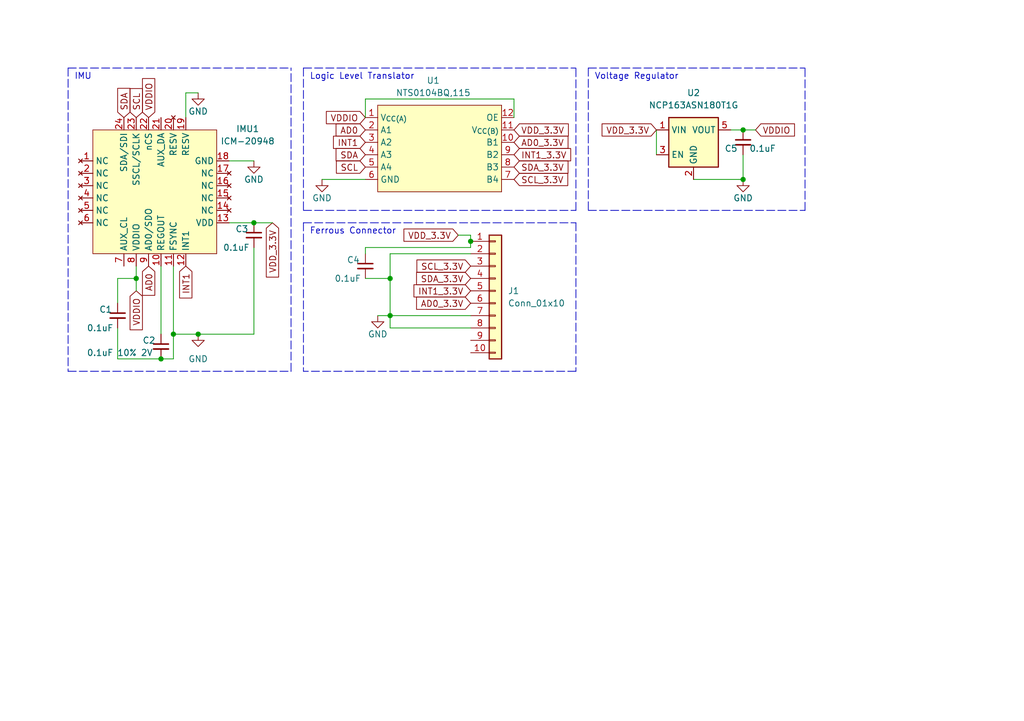
<source format=kicad_sch>
(kicad_sch (version 20211123) (generator eeschema)
  (paper "A5")
  (lib_symbols
    (symbol "Connector_Generic:Conn_01x10" (pin_names (offset 1.016) hide)
      (property "Reference" "J" (at 0 12.7 0))
      (property "Value" "Conn_01x10" (at 0 -15.24 0))
      (symbol "Conn_01x10_1_1"
        (rectangle (start -1.27 -12.573) (end 0 -12.827) (stroke (width 0.1524)))
        (rectangle (start -1.27 -10.033) (end 0 -10.287) (stroke (width 0.1524)))
        (rectangle (start -1.27 -7.493) (end 0 -7.747) (stroke (width 0.1524)))
        (rectangle (start -1.27 -4.953) (end 0 -5.207) (stroke (width 0.1524)))
        (rectangle (start -1.27 -2.413) (end 0 -2.667) (stroke (width 0.1524)))
        (rectangle (start -1.27 0.127) (end 0 -0.127) (stroke (width 0.1524)))
        (rectangle (start -1.27 2.667) (end 0 2.413) (stroke (width 0.1524)))
        (rectangle (start -1.27 5.207) (end 0 4.953) (stroke (width 0.1524)))
        (rectangle (start -1.27 7.747) (end 0 7.493) (stroke (width 0.1524)))
        (rectangle (start -1.27 10.287) (end 0 10.033) (stroke (width 0.1524)))
        (rectangle (start -1.27 11.43) (end 1.27 -13.97) (stroke (width 0.254)) (fill (type background)))
        (pin passive line (at -5.08 10.16 0) (length 3.81) (name "Pin_1") (number "1"))
        (pin passive line (at -5.08 -12.7 0) (length 3.81) (name "Pin_10") (number "10"))
        (pin passive line (at -5.08 7.62 0) (length 3.81) (name "Pin_2") (number "2"))
        (pin passive line (at -5.08 5.08 0) (length 3.81) (name "Pin_3") (number "3"))
        (pin passive line (at -5.08 2.54 0) (length 3.81) (name "Pin_4") (number "4"))
        (pin passive line (at -5.08 0 0) (length 3.81) (name "Pin_5") (number "5"))
        (pin passive line (at -5.08 -2.54 0) (length 3.81) (name "Pin_6") (number "6"))
        (pin passive line (at -5.08 -5.08 0) (length 3.81) (name "Pin_7") (number "7"))
        (pin passive line (at -5.08 -7.62 0) (length 3.81) (name "Pin_8") (number "8"))
        (pin passive line (at -5.08 -10.16 0) (length 3.81) (name "Pin_9") (number "9"))
      )
    )
    (symbol "Device:C_Small" (pin_numbers hide) (pin_names (offset 0.254) hide)
      (property "Reference" "C" (at 0.254 1.778 0))
      (property "Value" "C_Small" (at 0.254 -2.032 0))
      (symbol "C_Small_0_1"
        (polyline (pts (xy -1.524 -0.508) (xy 1.524 -0.508)) (stroke (width 0.3302)))
        (polyline (pts (xy -1.524 0.508) (xy 1.524 0.508)) (stroke (width 0.3048)))
      )
      (symbol "C_Small_1_1"
        (pin passive line (at 0 2.54 270) (length 2.032) (name "~") (number "1"))
        (pin passive line (at 0 -2.54 90) (length 2.032) (name "~") (number "2"))
      )
    )
    (symbol "Regulator_Linear:NCP163ASN180T1G"
      (property "Reference" "U" (at 0 8.89 0))
      (property "Value" "NCP163ASN180T1G" (at 0 6.35 0))
      (symbol "NCP163ASN180T1G_0_1"
        (rectangle (start -5.08 5.08) (end 5.08 -5.08) (stroke (width 0.254)) (fill (type background)))
      )
      (symbol "NCP163ASN180T1G_1_1"
        (pin power_in line (at -7.62 2.54 0) (length 2.54) (name "VIN") (number "1"))
        (pin power_in line (at 0 -7.62 90) (length 2.54) (name "GND") (number "2"))
        (pin input line (at -7.62 -2.54 0) (length 2.54) (name "EN") (number "3"))
        (pin no_connect line (at 5.08 -2.54 180) (length 2.54) hide (name "NC") (number "4"))
        (pin power_out line (at 7.62 2.54 180) (length 2.54) (name "VOUT") (number "5"))
      )
    )
    (symbol "extras:ICM-20948"
      (property "Reference" "IMU?" (at 0 1.27 0))
      (property "Value" "ICM-20948" (at 0 -1.27 0))
      (symbol "ICM-20948_0_1"
        (rectangle (start -12.7 12.7) (end 12.7 -12.7) (fill (type background)))
      )
      (symbol "ICM-20948_1_1"
        (pin no_connect line (at -15.24 6.35 0) (length 2.54) (name "NC") (number "1"))
        (pin output line (at 1.27 -15.24 90) (length 2.54) (name "REGOUT") (number "10"))
        (pin input line (at 3.81 -15.24 90) (length 2.54) (name "FSYNC") (number "11"))
        (pin input line (at 6.35 -15.24 90) (length 2.54) (name "INT1") (number "12"))
        (pin power_in line (at 15.24 -6.35 180) (length 2.54) (name "VDD") (number "13"))
        (pin no_connect line (at 15.24 -3.81 180) (length 2.54) (name "NC") (number "14"))
        (pin no_connect line (at 15.24 -1.27 180) (length 2.54) (name "NC") (number "15"))
        (pin no_connect line (at 15.24 1.27 180) (length 2.54) (name "NC") (number "16"))
        (pin no_connect line (at 15.24 3.81 180) (length 2.54) (name "NC") (number "17"))
        (pin power_in line (at 15.24 6.35 180) (length 2.54) (name "GND") (number "18"))
        (pin power_in line (at 6.35 15.24 270) (length 2.54) (name "RESV") (number "19"))
        (pin no_connect line (at -15.24 3.81 0) (length 2.54) (name "NC") (number "2"))
        (pin no_connect line (at 3.81 15.24 270) (length 2.54) (name "RESV") (number "20"))
        (pin bidirectional line (at 1.27 15.24 270) (length 2.54) (name "AUX_DA") (number "21"))
        (pin input line (at -1.27 15.24 270) (length 2.54) (name "nCS") (number "22"))
        (pin input line (at -3.81 15.24 270) (length 2.54) (name "SSCL/SCLK") (number "23"))
        (pin input line (at -6.35 15.24 270) (length 2.54) (name "SDA/SDI") (number "24"))
        (pin no_connect line (at -15.24 1.27 0) (length 2.54) (name "NC") (number "3"))
        (pin no_connect line (at -15.24 -1.27 0) (length 2.54) (name "NC") (number "4"))
        (pin no_connect line (at -15.24 -3.81 0) (length 2.54) (name "NC") (number "5"))
        (pin no_connect line (at -15.24 -6.35 0) (length 2.54) (name "NC") (number "6"))
        (pin output line (at -6.35 -15.24 90) (length 2.54) (name "AUX_CL") (number "7"))
        (pin power_in line (at -3.81 -15.24 90) (length 2.54) (name "VDDIO") (number "8"))
        (pin output line (at -1.27 -15.24 90) (length 2.54) (name "AD0/SDO") (number "9"))
      )
    )
    (symbol "extras:NTS0104"
      (property "Reference" "U?" (at 0 1.27 0))
      (property "Value" "NTS0104" (at 0 -1.27 0))
      (symbol "NTS0104_0_0"
        (text "" (at -15.24 6.35 0) (effects (font (size 1.27 1.27))))
      )
      (symbol "NTS0104_0_1"
        (rectangle (start -12.7 8.89) (end 12.7 -8.89) (fill (type background)))
      )
      (symbol "NTS0104_1_1"
        (pin power_in line (at -15.24 6.35 0) (length 2.54) (name "V_{CC(A)}") (number "1"))
        (pin bidirectional line (at 15.24 1.27 180) (length 2.54) (name "B1") (number "10"))
        (pin power_in line (at 15.24 3.81 180) (length 2.54) (name "V_{CC(B)}") (number "11"))
        (pin input line (at 15.24 6.35 180) (length 2.54) (name "OE") (number "12"))
        (pin bidirectional line (at -15.24 3.81 0) (length 2.54) (name "A1") (number "2"))
        (pin bidirectional line (at -15.24 1.27 0) (length 2.54) (name "A2") (number "3"))
        (pin bidirectional line (at -15.24 -1.27 0) (length 2.54) (name "A3") (number "4"))
        (pin bidirectional line (at -15.24 -3.81 0) (length 2.54) (name "A4") (number "5"))
        (pin power_in line (at -15.24 -6.35 0) (length 2.54) (name "GND") (number "6"))
        (pin bidirectional line (at 15.24 -6.35 180) (length 2.54) (name "B4") (number "7"))
        (pin bidirectional line (at 15.24 -3.81 180) (length 2.54) (name "B3") (number "8"))
        (pin bidirectional line (at 15.24 -1.27 180) (length 2.54) (name "B2") (number "9"))
      )
    )
    (symbol "power:GND" (power) (pin_names (offset 0))
      (property "Value" "GND" (at 0 -3.81 0))
      (symbol "GND_0_1"
        (polyline (pts (xy 0 0) (xy 0 -1.27) (xy 1.27 -1.27) (xy 0 -2.54) (xy -1.27 -1.27) (xy 0 -1.27)))
      )
      (symbol "GND_1_1"
        (pin power_in line (at 0 0 270) (length 0) hide (name "GND") (number "1"))
      )
    )
  )
  (junction (at 80.01 57.15))
  (junction (at 27.94 57.15))
  (junction (at 40.64 68.58))
  (junction (at 33.02 73.66))
  (junction (at 52.07 45.72))
  (junction (at 80.01 64.77))
  (junction (at 152.4 36.83))
  (junction (at 96.52 49.53))
  (junction (at 152.4 26.67))
  (junction (at 35.56 68.58))
  (wire (pts (xy 27.94 57.15) (xy 27.94 54.61)))
  (polyline (pts (xy 120.65 13.97) (xy 165.1 13.97)))
  (wire (pts (xy 52.07 45.72) (xy 46.99 45.72)))
  (wire (pts (xy 96.52 48.26) (xy 96.52 49.53)))
  (wire (pts (xy 149.86 26.67) (xy 152.4 26.67)))
  (wire (pts (xy 93.98 48.26) (xy 96.52 48.26)))
  (wire (pts (xy 33.02 73.66) (xy 35.56 73.66)))
  (wire (pts (xy 152.4 26.67) (xy 154.94 26.67)))
  (polyline (pts (xy 62.23 43.18) (xy 118.11 43.18)))
  (wire (pts (xy 74.93 20.32) (xy 74.93 24.13)))
  (wire (pts (xy 38.1 19.05) (xy 38.1 24.13)))
  (polyline (pts (xy 13.97 76.2) (xy 59.69 76.2)))
  (wire (pts (xy 40.64 19.05) (xy 38.1 19.05)))
  (polyline (pts (xy 62.23 13.97) (xy 118.11 13.97)))
  (wire (pts (xy 80.01 67.31) (xy 80.01 64.77)))
  (polyline (pts (xy 62.23 45.72) (xy 118.11 45.72)))
  (wire (pts (xy 52.07 50.8) (xy 52.07 68.58)))
  (polyline (pts (xy 120.65 43.18) (xy 165.1 43.18)))
  (wire (pts (xy 134.62 26.67) (xy 134.62 31.75)))
  (polyline (pts (xy 118.11 43.18) (xy 118.11 13.97)))
  (wire (pts (xy 96.52 64.77) (xy 80.01 64.77)))
  (polyline (pts (xy 13.97 13.97) (xy 59.69 13.97)))
  (wire (pts (xy 27.94 59.69) (xy 27.94 57.15)))
  (wire (pts (xy 52.07 68.58) (xy 40.64 68.58)))
  (polyline (pts (xy 13.97 13.97) (xy 13.97 76.2)))
  (wire (pts (xy 80.01 57.15) (xy 80.01 52.07)))
  (polyline (pts (xy 59.69 76.2) (xy 59.69 13.97)))
  (wire (pts (xy 24.13 62.23) (xy 24.13 57.15)))
  (wire (pts (xy 96.52 50.8) (xy 96.52 49.53)))
  (wire (pts (xy 35.56 68.58) (xy 40.64 68.58)))
  (wire (pts (xy 35.56 54.61) (xy 35.56 68.58)))
  (polyline (pts (xy 62.23 45.72) (xy 62.23 76.2)))
  (wire (pts (xy 105.41 24.13) (xy 105.41 20.32)))
  (polyline (pts (xy 118.11 45.72) (xy 118.11 76.2)))
  (wire (pts (xy 55.88 45.72) (xy 52.07 45.72)))
  (wire (pts (xy 74.93 52.07) (xy 74.93 50.8)))
  (wire (pts (xy 24.13 67.31) (xy 24.13 73.66)))
  (wire (pts (xy 66.04 36.83) (xy 74.93 36.83)))
  (wire (pts (xy 24.13 57.15) (xy 27.94 57.15)))
  (wire (pts (xy 80.01 52.07) (xy 96.52 52.07)))
  (wire (pts (xy 46.99 33.02) (xy 52.07 33.02)))
  (polyline (pts (xy 165.1 43.18) (xy 165.1 13.97)))
  (wire (pts (xy 24.13 73.66) (xy 33.02 73.66)))
  (wire (pts (xy 77.47 64.77) (xy 80.01 64.77)))
  (wire (pts (xy 33.02 54.61) (xy 33.02 68.58)))
  (wire (pts (xy 74.93 50.8) (xy 96.52 50.8)))
  (polyline (pts (xy 120.65 13.97) (xy 120.65 43.18)))
  (wire (pts (xy 105.41 20.32) (xy 74.93 20.32)))
  (wire (pts (xy 35.56 73.66) (xy 35.56 68.58)))
  (polyline (pts (xy 118.11 76.2) (xy 62.23 76.2)))
  (wire (pts (xy 74.93 57.15) (xy 80.01 57.15)))
  (wire (pts (xy 152.4 31.75) (xy 152.4 36.83)))
  (wire (pts (xy 96.52 67.31) (xy 80.01 67.31)))
  (polyline (pts (xy 62.23 13.97) (xy 62.23 43.18)))
  (wire (pts (xy 80.01 64.77) (xy 80.01 57.15)))
  (wire (pts (xy 152.4 36.83) (xy 142.24 36.83)))
  (text "Voltage Regulator" (at 121.92 16.51 0) (effects (font (size 1.27 1.27)) (justify left bottom)))
  (text "IMU" (at 15.24 16.51 0) (effects (font (size 1.27 1.27)) (justify left bottom)))
  (text "Ferrous Connector" (at 63.5 48.26 0) (effects (font (size 1.27 1.27)) (justify left bottom)))
  (text "Logic Level Translator" (at 63.5 16.51 0) (effects (font (size 1.27 1.27)) (justify left bottom)))
  (global_label "INT1" (shape input) (at 74.93 29.21 180) (property "Intersheet References" "${INTERSHEET_REFS}" (effects hide)))
  (global_label "AD0" (shape input) (at 74.93 26.67 180) (property "Intersheet References" "${INTERSHEET_REFS}" (effects hide)))
  (global_label "VDDIO" (shape input) (at 30.48 24.13 90) (property "Intersheet References" "${INTERSHEET_REFS}" (effects hide)))
  (global_label "VDDIO" (shape input) (at 154.94 26.67 0) (property "Intersheet References" "${INTERSHEET_REFS}" (effects hide)))
  (global_label "AD0_3.3V" (shape input) (at 96.52 62.23 180) (property "Intersheet References" "${INTERSHEET_REFS}" (effects hide)))
  (global_label "SCL_3.3V" (shape input) (at 105.41 36.83 0) (property "Intersheet References" "${INTERSHEET_REFS}" (effects hide)))
  (global_label "SCL" (shape input) (at 27.94 24.13 90) (property "Intersheet References" "${INTERSHEET_REFS}" (effects hide)))
  (global_label "SCL" (shape input) (at 74.93 34.29 180) (property "Intersheet References" "${INTERSHEET_REFS}" (effects hide)))
  (global_label "AD0" (shape input) (at 30.48 54.61 270) (property "Intersheet References" "${INTERSHEET_REFS}" (effects hide)))
  (global_label "VDDIO" (shape input) (at 74.93 24.13 180) (property "Intersheet References" "${INTERSHEET_REFS}" (effects hide)))
  (global_label "SDA" (shape input) (at 25.4 24.13 90) (property "Intersheet References" "${INTERSHEET_REFS}" (effects hide)))
  (global_label "INT1" (shape input) (at 38.1 54.61 270) (property "Intersheet References" "${INTERSHEET_REFS}" (effects hide)))
  (global_label "SDA_3.3V" (shape input) (at 105.41 34.29 0) (property "Intersheet References" "${INTERSHEET_REFS}" (effects hide)))
  (global_label "VDD_3.3V" (shape input) (at 93.98 48.26 180) (property "Intersheet References" "${INTERSHEET_REFS}" (effects hide)))
  (global_label "SCL_3.3V" (shape input) (at 96.52 54.61 180) (property "Intersheet References" "${INTERSHEET_REFS}" (effects hide)))
  (global_label "VDD_3.3V" (shape input) (at 55.88 45.72 270) (property "Intersheet References" "${INTERSHEET_REFS}" (effects hide)))
  (global_label "SDA_3.3V" (shape input) (at 96.52 57.15 180) (property "Intersheet References" "${INTERSHEET_REFS}" (effects hide)))
  (global_label "AD0_3.3V" (shape input) (at 105.41 29.21 0) (property "Intersheet References" "${INTERSHEET_REFS}" (effects hide)))
  (global_label "VDDIO" (shape input) (at 27.94 59.69 270) (property "Intersheet References" "${INTERSHEET_REFS}" (effects hide)))
  (global_label "VDD_3.3V" (shape input) (at 105.41 26.67 0) (property "Intersheet References" "${INTERSHEET_REFS}" (effects hide)))
  (global_label "INT1_3.3V" (shape input) (at 105.41 31.75 0) (property "Intersheet References" "${INTERSHEET_REFS}" (effects hide)))
  (global_label "SDA" (shape input) (at 74.93 31.75 180) (property "Intersheet References" "${INTERSHEET_REFS}" (effects hide)))
  (global_label "INT1_3.3V" (shape input) (at 96.52 59.69 180) (property "Intersheet References" "${INTERSHEET_REFS}" (effects hide)))
  (global_label "VDD_3.3V" (shape input) (at 134.62 26.67 180) (property "Intersheet References" "${INTERSHEET_REFS}" (effects hide)))
  (symbol (lib_id "extras:NTS0104") (at 90.17 30.48 0) (unit 1)
    (property "Reference" "U1" (at 88.8603 16.51 0))
    (property "Value" "NTS0104BQ,115" (at 88.8603 19.05 0))
    (property "Footprint" "extra:XQFN12" (effects hide))
    (property "Datasheet" "https://www.nxp.com/docs/en/data-sheet/NTS0104.pdf" (effects hide))
  )
  (symbol (lib_id "power:GND") (at 152.4 36.83 0) (unit 1)
    (property "Reference" "#PWR0105" (effects hide))
    (property "Value" "GND" (at 152.4 40.64 0))
  )
  (symbol (lib_id "power:GND") (at 66.04 36.83 0) (unit 1)
    (property "Reference" "#PWR0102" (effects hide))
    (property "Value" "GND" (at 66.04 40.64 0))
  )
  (symbol (lib_id "power:GND") (at 40.64 19.05 0) (unit 1)
    (property "Reference" "#PWR0103" (effects hide))
    (property "Value" "GND" (at 40.64 22.86 0))
  )
  (symbol (lib_id "Device:C_Small") (at 24.13 64.77 0) (unit 1)
    (property "Reference" "C1" (at 20.32 63.5 0) (effects (justify left)))
    (property "Value" "0.1uF" (at 17.78 67.31 0) (effects (justify left)))
    (property "Footprint" "Capacitor_SMD:C_0603_1608Metric" (effects hide))
  )
  (symbol (lib_id "Regulator_Linear:NCP163ASN180T1G") (at 142.24 29.21 0) (unit 1)
    (property "Reference" "U2" (at 142.24 19.05 0))
    (property "Value" "NCP163ASN180T1G" (at 142.24 21.59 0))
    (property "Footprint" "Package_TO_SOT_SMD:SOT-23-5" (effects hide))
    (property "Datasheet" "https://www.onsemi.com/pdf/datasheet/ncp163-d.pdf" (effects hide))
  )
  (symbol (lib_id "Device:C_Small") (at 152.4 29.21 0) (unit 1)
    (property "Reference" "C5" (at 148.59 30.48 0) (effects (justify left)))
    (property "Value" "0.1uF" (at 153.67 30.48 0) (effects (justify left)))
    (property "Footprint" "Capacitor_SMD:C_0603_1608Metric" (effects hide))
  )
  (symbol (lib_id "Connector_Generic:Conn_01x10") (at 101.6 59.69 0) (unit 1)
    (property "Reference" "J1" (at 104.14 59.6899 0) (effects (justify left)))
    (property "Value" "Conn_01x10" (at 104.14 62.2299 0) (effects (justify left)))
    (property "Footprint" "Connector_PinSocket_2.54mm:PinSocket_1x10_P2.54mm_Vertical" (effects hide))
  )
  (symbol (lib_id "Device:C_Small") (at 52.07 48.26 0) (unit 1)
    (property "Reference" "C3" (at 48.26 46.99 0) (effects (justify left)))
    (property "Value" "0.1uF" (at 45.72 50.8 0) (effects (justify left)))
    (property "Footprint" "Capacitor_SMD:C_0603_1608Metric" (effects hide))
  )
  (symbol (lib_id "Device:C_Small") (at 33.02 71.12 0) (unit 1)
    (property "Reference" "C2" (at 29.21 69.85 0) (effects (justify left)))
    (property "Value" "0.1uF 10% 2V" (at 17.78 72.39 0) (effects (justify left)))
    (property "Footprint" "Capacitor_SMD:C_0603_1608Metric" (effects hide))
  )
  (symbol (lib_id "power:GND") (at 40.64 68.58 0) (unit 1)
    (property "Reference" "#PWR0106" (effects hide))
    (property "Value" "GND" (at 40.64 73.66 0))
  )
  (symbol (lib_id "Device:C_Small") (at 74.93 54.61 0) (unit 1)
    (property "Reference" "C4" (at 71.12 53.34 0) (effects (justify left)))
    (property "Value" "0.1uF" (at 68.58 57.15 0) (effects (justify left)))
    (property "Footprint" "Capacitor_SMD:C_0603_1608Metric" (effects hide))
  )
  (symbol (lib_id "power:GND") (at 52.07 33.02 0) (unit 1)
    (property "Reference" "#PWR0104" (effects hide))
    (property "Value" "GND" (at 52.07 36.83 0))
  )
  (symbol (lib_id "extras:ICM-20948") (at 31.75 39.37 0) (unit 1)
    (property "Reference" "IMU1" (at 50.8 26.4412 0))
    (property "Value" "ICM-20948" (at 50.8 28.9812 0))
    (property "Footprint" "Package_DFN_QFN:QFN-24-1EP_3x3mm_P0.4mm_EP1.75x1.6mm" (effects hide))
  )
  (symbol (lib_id "power:GND") (at 77.47 64.77 0) (unit 1)
    (property "Reference" "#PWR0101" (effects hide))
    (property "Value" "GND" (at 77.47 68.58 0))
  )
)
</source>
